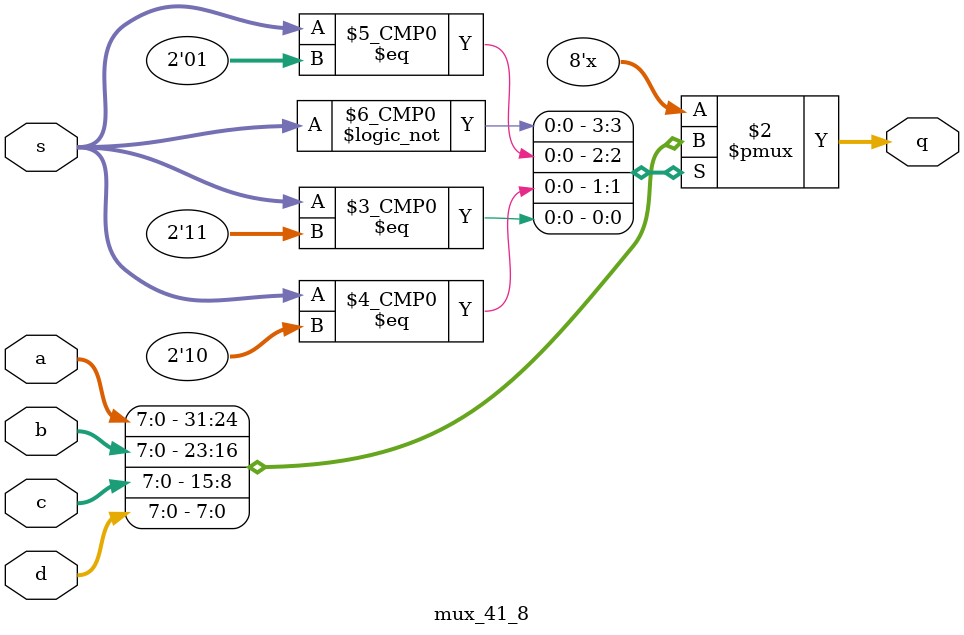
<source format=v>
module mux_41_8(a,b,c,d,s,q);
input  [7:0] a,b,c,d;
input  [1:0] s;
output reg [7:0] q;



always@(a,b,c,d,s)
begin
  
  case(s)
       2'b00:q=a;
       2'b01:q=b;
       2'b10:q=c;
       2'b11:q=d;
  endcase

end
    

endmodule
</source>
